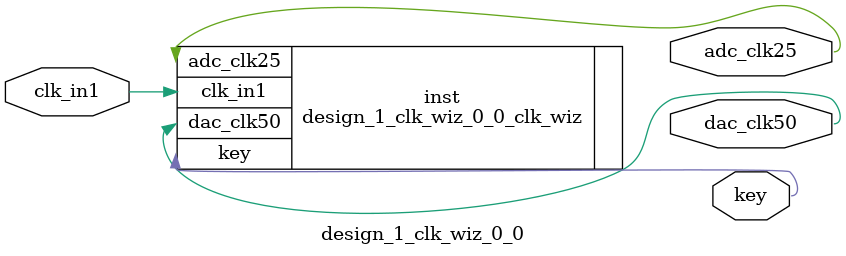
<source format=v>


`timescale 1ps/1ps

(* CORE_GENERATION_INFO = "design_1_clk_wiz_0_0,clk_wiz_v6_0_16_0_0,{component_name=design_1_clk_wiz_0_0,use_phase_alignment=true,use_min_o_jitter=false,use_max_i_jitter=false,use_dyn_phase_shift=false,use_inclk_switchover=false,use_dyn_reconfig=false,enable_axi=0,feedback_source=FDBK_AUTO,PRIMITIVE=MMCM,num_out_clk=3,clkin1_period=20.000,clkin2_period=10.0,use_power_down=false,use_reset=false,use_locked=false,use_inclk_stopped=false,feedback_type=SINGLE,CLOCK_MGR_TYPE=NA,manual_override=false}" *)

module design_1_clk_wiz_0_0 
 (
  // Clock out ports
  output        dac_clk50,
  output        adc_clk25,
  output        key,
 // Clock in ports
  input         clk_in1
 );

  design_1_clk_wiz_0_0_clk_wiz inst
  (
  // Clock out ports  
  .dac_clk50(dac_clk50),
  .adc_clk25(adc_clk25),
  .key(key),
 // Clock in ports
  .clk_in1(clk_in1)
  );

endmodule

</source>
